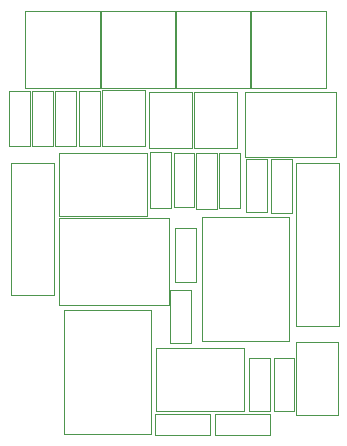
<source format=gbr>
%TF.GenerationSoftware,KiCad,Pcbnew,4.0.7*%
%TF.CreationDate,2018-02-09T12:23:56+01:00*%
%TF.ProjectId,Metronome,4D6574726F6E6F6D652E6B696361645F,1.0*%
%TF.FileFunction,Other,User*%
%FSLAX46Y46*%
G04 Gerber Fmt 4.6, Leading zero omitted, Abs format (unit mm)*
G04 Created by KiCad (PCBNEW 4.0.7) date 02/09/18 12:23:56*
%MOMM*%
%LPD*%
G01*
G04 APERTURE LIST*
%ADD10C,0.127000*%
%ADD11C,0.050000*%
G04 APERTURE END LIST*
D10*
D11*
X155768900Y-88636700D02*
X155768900Y-102386700D01*
X155768900Y-102386700D02*
X159368900Y-102386700D01*
X159368900Y-102386700D02*
X159368900Y-88636700D01*
X159368900Y-88636700D02*
X155768900Y-88636700D01*
X135677900Y-87736700D02*
X135677900Y-93136700D01*
X143137900Y-87736700D02*
X143137900Y-93136700D01*
X135677900Y-87736700D02*
X143137900Y-87736700D01*
X135677900Y-93136700D02*
X143137900Y-93136700D01*
X145385900Y-92305700D02*
X145385900Y-87805700D01*
X145385900Y-92305700D02*
X147135900Y-92305700D01*
X147135900Y-87805700D02*
X145385900Y-87805700D01*
X147135900Y-87805700D02*
X147135900Y-92305700D01*
X153495900Y-105097700D02*
X153495900Y-109597700D01*
X153495900Y-105097700D02*
X151745900Y-105097700D01*
X151745900Y-109597700D02*
X153495900Y-109597700D01*
X151745900Y-109597700D02*
X151745900Y-105097700D01*
X145068400Y-103842700D02*
X145068400Y-99342700D01*
X145068400Y-103842700D02*
X146818400Y-103842700D01*
X146818400Y-99342700D02*
X145068400Y-99342700D01*
X146818400Y-99342700D02*
X146818400Y-103842700D01*
X153831400Y-109641200D02*
X153831400Y-105141200D01*
X153831400Y-109641200D02*
X155581400Y-109641200D01*
X155581400Y-105141200D02*
X153831400Y-105141200D01*
X155581400Y-105141200D02*
X155581400Y-109641200D01*
X147272900Y-94155700D02*
X147272900Y-98655700D01*
X147272900Y-94155700D02*
X145522900Y-94155700D01*
X145522900Y-98655700D02*
X147272900Y-98655700D01*
X145522900Y-98655700D02*
X145522900Y-94155700D01*
X153241900Y-88293700D02*
X153241900Y-92793700D01*
X153241900Y-88293700D02*
X151491900Y-88293700D01*
X151491900Y-92793700D02*
X153241900Y-92793700D01*
X151491900Y-92793700D02*
X151491900Y-88293700D01*
X153640900Y-92813700D02*
X153640900Y-88313700D01*
X153640900Y-92813700D02*
X155390900Y-92813700D01*
X155390900Y-88313700D02*
X153640900Y-88313700D01*
X155390900Y-88313700D02*
X155390900Y-92813700D01*
X132758900Y-75756700D02*
X132758900Y-82256700D01*
X132758900Y-82256700D02*
X139208900Y-82256700D01*
X139208900Y-82256700D02*
X139208900Y-75756700D01*
X139208900Y-75756700D02*
X132758900Y-75756700D01*
X139108900Y-75756700D02*
X139108900Y-82256700D01*
X139108900Y-82256700D02*
X145558900Y-82256700D01*
X145558900Y-82256700D02*
X145558900Y-75756700D01*
X145558900Y-75756700D02*
X139108900Y-75756700D01*
X145458900Y-75756700D02*
X145458900Y-82256700D01*
X145458900Y-82256700D02*
X151908900Y-82256700D01*
X151908900Y-82256700D02*
X151908900Y-75756700D01*
X151908900Y-75756700D02*
X145458900Y-75756700D01*
X151808900Y-75756700D02*
X151808900Y-82256700D01*
X151808900Y-82256700D02*
X158258900Y-82256700D01*
X158258900Y-82256700D02*
X158258900Y-75756700D01*
X158258900Y-75756700D02*
X151808900Y-75756700D01*
X155705400Y-103813200D02*
X155705400Y-109963200D01*
X155705400Y-109963200D02*
X159305400Y-109963200D01*
X159305400Y-109963200D02*
X159305400Y-103813200D01*
X159305400Y-103813200D02*
X155705400Y-103813200D01*
X131638900Y-88636700D02*
X131638900Y-99836700D01*
X131638900Y-99836700D02*
X135238900Y-99836700D01*
X135238900Y-99836700D02*
X135238900Y-88636700D01*
X135238900Y-88636700D02*
X131638900Y-88636700D01*
X133364400Y-87198700D02*
X133364400Y-82498700D01*
X133364400Y-87198700D02*
X135164400Y-87198700D01*
X135164400Y-82498700D02*
X133364400Y-82498700D01*
X135164400Y-82498700D02*
X135164400Y-87198700D01*
X131395900Y-87215200D02*
X131395900Y-82515200D01*
X131395900Y-87215200D02*
X133195900Y-87215200D01*
X133195900Y-82515200D02*
X131395900Y-82515200D01*
X133195900Y-82515200D02*
X133195900Y-87215200D01*
X135332900Y-87198700D02*
X135332900Y-82498700D01*
X135332900Y-87198700D02*
X137132900Y-87198700D01*
X137132900Y-82498700D02*
X135332900Y-82498700D01*
X137132900Y-82498700D02*
X137132900Y-87198700D01*
X137364900Y-87198700D02*
X137364900Y-82498700D01*
X137364900Y-87198700D02*
X139164900Y-87198700D01*
X139164900Y-82498700D02*
X137364900Y-82498700D01*
X139164900Y-82498700D02*
X139164900Y-87198700D01*
X149070900Y-87785700D02*
X149070900Y-92485700D01*
X149070900Y-87785700D02*
X147270900Y-87785700D01*
X147270900Y-92485700D02*
X149070900Y-92485700D01*
X147270900Y-92485700D02*
X147270900Y-87785700D01*
X145133900Y-87705700D02*
X145133900Y-92405700D01*
X145133900Y-87705700D02*
X143333900Y-87705700D01*
X143333900Y-92405700D02*
X145133900Y-92405700D01*
X143333900Y-92405700D02*
X143333900Y-87705700D01*
X143788900Y-109856700D02*
X148488900Y-109856700D01*
X143788900Y-109856700D02*
X143788900Y-111656700D01*
X148488900Y-111656700D02*
X148488900Y-109856700D01*
X148488900Y-111656700D02*
X143788900Y-111656700D01*
X148868900Y-109856700D02*
X153568900Y-109856700D01*
X148868900Y-109856700D02*
X148868900Y-111656700D01*
X153568900Y-111656700D02*
X153568900Y-109856700D01*
X153568900Y-111656700D02*
X148868900Y-111656700D01*
X149175900Y-92452700D02*
X149175900Y-87752700D01*
X149175900Y-92452700D02*
X150975900Y-92452700D01*
X150975900Y-87752700D02*
X149175900Y-87752700D01*
X150975900Y-87752700D02*
X150975900Y-92452700D01*
X151423900Y-82606700D02*
X151423900Y-88106700D01*
X151423900Y-88106700D02*
X159123900Y-88106700D01*
X159123900Y-88106700D02*
X159123900Y-82606700D01*
X159123900Y-82606700D02*
X151423900Y-82606700D01*
X143838900Y-104246700D02*
X143838900Y-109646700D01*
X151298900Y-104246700D02*
X151298900Y-109646700D01*
X143838900Y-104246700D02*
X151298900Y-104246700D01*
X143838900Y-109646700D02*
X151298900Y-109646700D01*
X147772900Y-93187700D02*
X147772900Y-103687700D01*
X155172900Y-93187700D02*
X155172900Y-103687700D01*
X147772900Y-93187700D02*
X155172900Y-93187700D01*
X147772900Y-103687700D02*
X155172900Y-103687700D01*
X136088900Y-101061700D02*
X136088900Y-111561700D01*
X143488900Y-101061700D02*
X143488900Y-111561700D01*
X136088900Y-101061700D02*
X143488900Y-101061700D01*
X136088900Y-111561700D02*
X143488900Y-111561700D01*
X135646900Y-100646700D02*
X144946900Y-100646700D01*
X135646900Y-93246700D02*
X144946900Y-93246700D01*
X135646900Y-100646700D02*
X135646900Y-93246700D01*
X144946900Y-100646700D02*
X144946900Y-93246700D01*
X147132900Y-87355700D02*
X147132900Y-82595700D01*
X147132900Y-87355700D02*
X150732900Y-87355700D01*
X150732900Y-82595700D02*
X147132900Y-82595700D01*
X150732900Y-82595700D02*
X150732900Y-87355700D01*
X142924900Y-82421700D02*
X142924900Y-87181700D01*
X142924900Y-82421700D02*
X139324900Y-82421700D01*
X139324900Y-87181700D02*
X142924900Y-87181700D01*
X139324900Y-87181700D02*
X139324900Y-82421700D01*
X143322900Y-87355700D02*
X143322900Y-82595700D01*
X143322900Y-87355700D02*
X146922900Y-87355700D01*
X146922900Y-82595700D02*
X143322900Y-82595700D01*
X146922900Y-82595700D02*
X146922900Y-87355700D01*
M02*

</source>
